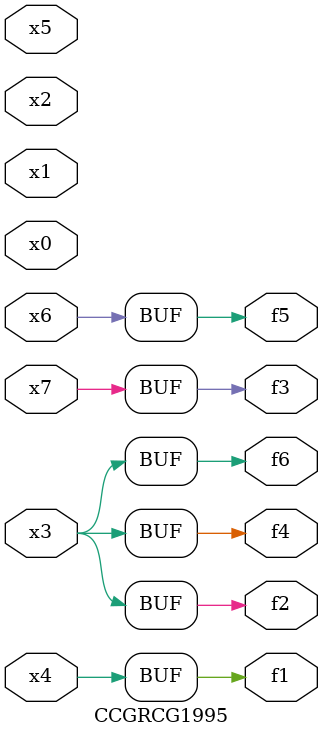
<source format=v>
module CCGRCG1995(
	input x0, x1, x2, x3, x4, x5, x6, x7,
	output f1, f2, f3, f4, f5, f6
);
	assign f1 = x4;
	assign f2 = x3;
	assign f3 = x7;
	assign f4 = x3;
	assign f5 = x6;
	assign f6 = x3;
endmodule

</source>
